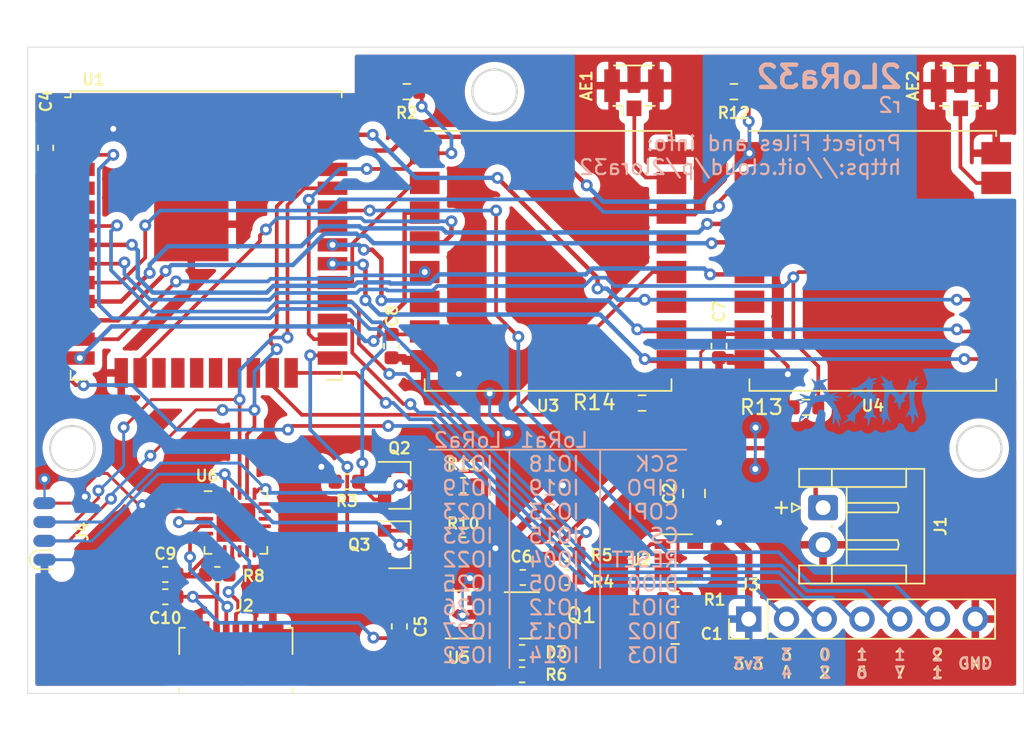
<source format=kicad_pcb>
(kicad_pcb (version 20211014) (generator pcbnew)

  (general
    (thickness 1.6)
  )

  (paper "A4")
  (layers
    (0 "F.Cu" signal)
    (31 "B.Cu" signal)
    (32 "B.Adhes" user "B.Adhesive")
    (33 "F.Adhes" user "F.Adhesive")
    (34 "B.Paste" user)
    (35 "F.Paste" user)
    (36 "B.SilkS" user "B.Silkscreen")
    (37 "F.SilkS" user "F.Silkscreen")
    (38 "B.Mask" user)
    (39 "F.Mask" user)
    (40 "Dwgs.User" user "User.Drawings")
    (41 "Cmts.User" user "User.Comments")
    (42 "Eco1.User" user "User.Eco1")
    (43 "Eco2.User" user "User.Eco2")
    (44 "Edge.Cuts" user)
    (45 "Margin" user)
    (46 "B.CrtYd" user "B.Courtyard")
    (47 "F.CrtYd" user "F.Courtyard")
    (48 "B.Fab" user)
    (49 "F.Fab" user)
  )

  (setup
    (stackup
      (layer "F.SilkS" (type "Top Silk Screen"))
      (layer "F.Paste" (type "Top Solder Paste"))
      (layer "F.Mask" (type "Top Solder Mask") (thickness 0.01))
      (layer "F.Cu" (type "copper") (thickness 0.035))
      (layer "dielectric 1" (type "core") (thickness 1.51) (material "FR4") (epsilon_r 4.5) (loss_tangent 0.02))
      (layer "B.Cu" (type "copper") (thickness 0.035))
      (layer "B.Mask" (type "Bottom Solder Mask") (thickness 0.01))
      (layer "B.Paste" (type "Bottom Solder Paste"))
      (layer "B.SilkS" (type "Bottom Silk Screen"))
      (copper_finish "None")
      (dielectric_constraints no)
    )
    (pad_to_mask_clearance 0.051)
    (solder_mask_min_width 0.25)
    (pcbplotparams
      (layerselection 0x00010fc_ffffffff)
      (disableapertmacros false)
      (usegerberextensions true)
      (usegerberattributes false)
      (usegerberadvancedattributes false)
      (creategerberjobfile false)
      (svguseinch false)
      (svgprecision 6)
      (excludeedgelayer true)
      (plotframeref false)
      (viasonmask false)
      (mode 1)
      (useauxorigin false)
      (hpglpennumber 1)
      (hpglpenspeed 20)
      (hpglpendiameter 15.000000)
      (dxfpolygonmode true)
      (dxfimperialunits true)
      (dxfusepcbnewfont true)
      (psnegative false)
      (psa4output false)
      (plotreference true)
      (plotvalue true)
      (plotinvisibletext false)
      (sketchpadsonfab false)
      (subtractmaskfromsilk false)
      (outputformat 1)
      (mirror false)
      (drillshape 0)
      (scaleselection 1)
      (outputdirectory "gerber/")
    )
  )

  (net 0 "")
  (net 1 "GND")
  (net 2 "Net-(AE1-Pad1)")
  (net 3 "Net-(AE2-Pad1)")
  (net 4 "VBUS")
  (net 5 "+3V3")
  (net 6 "VIN")
  (net 7 "VBAT")
  (net 8 "Net-(C9-Pad1)")
  (net 9 "Net-(J2-Pad3)")
  (net 10 "Net-(J2-Pad2)")
  (net 11 "RTS")
  (net 12 "EN")
  (net 13 "Net-(Q2-Pad1)")
  (net 14 "IO0")
  (net 15 "DTR")
  (net 16 "Net-(Q3-Pad1)")
  (net 17 "Net-(R4-Pad2)")
  (net 18 "Net-(R8-Pad1)")
  (net 19 "LORSCK")
  (net 20 "TX")
  (net 21 "RX")
  (net 22 "Net-(U1-Pad29)")
  (net 23 "Net-(R13-Pad1)")
  (net 24 "Net-(U1-Pad16)")
  (net 25 "Net-(U1-Pad13)")
  (net 26 "Net-(U1-Pad12)")
  (net 27 "Net-(U1-Pad10)")
  (net 28 "Net-(R14-Pad1)")
  (net 29 "Net-(U1-Pad8)")
  (net 30 "unconnected-(J2-Pad4)")
  (net 31 "Net-(R1-Pad1)")
  (net 32 "unconnected-(U1-Pad32)")
  (net 33 "unconnected-(U1-Pad22)")
  (net 34 "unconnected-(U1-Pad21)")
  (net 35 "unconnected-(U1-Pad20)")
  (net 36 "unconnected-(U1-Pad19)")
  (net 37 "unconnected-(U1-Pad18)")
  (net 38 "unconnected-(U1-Pad17)")
  (net 39 "Net-(U1-Pad14)")
  (net 40 "Net-(U1-Pad11)")
  (net 41 "SPARE04")
  (net 42 "unconnected-(U1-Pad5)")
  (net 43 "unconnected-(U1-Pad4)")
  (net 44 "unconnected-(U2-Pad4)")
  (net 45 "unconnected-(U3-Pad13)")
  (net 46 "unconnected-(U3-Pad6)")
  (net 47 "unconnected-(U4-Pad13)")
  (net 48 "unconnected-(U4-Pad6)")
  (net 49 "unconnected-(U6-Pad24)")
  (net 50 "unconnected-(U6-Pad22)")
  (net 51 "unconnected-(U6-Pad18)")
  (net 52 "unconnected-(U6-Pad17)")
  (net 53 "unconnected-(U6-Pad16)")
  (net 54 "unconnected-(U6-Pad15)")
  (net 55 "unconnected-(U6-Pad14)")
  (net 56 "unconnected-(U6-Pad13)")
  (net 57 "unconnected-(U6-Pad12)")
  (net 58 "unconnected-(U6-Pad11)")
  (net 59 "unconnected-(U6-Pad10)")
  (net 60 "unconnected-(U6-Pad1)")
  (net 61 "LORCOPI")
  (net 62 "LORCIPO")
  (net 63 "SPARE03")
  (net 64 "SPARE02")
  (net 65 "SPARE01")
  (net 66 "SPARE00")
  (net 67 "Net-(R2-Pad1)")
  (net 68 "Net-(R12-Pad1)")

  (footprint "RF_Module:ESP32-WROOM-32U" (layer "F.Cu") (at 178 96.675001))

  (footprint "Connector_Coaxial:U.FL_Hirose_U.FL-R-SMT-1_Vertical" (layer "F.Cu") (at 228.75 87.07 90))

  (footprint "Capacitor_SMD:C_0603_1608Metric" (layer "F.Cu") (at 167.2 90.781475 90))

  (footprint "Capacitor_SMD:C_0603_1608Metric" (layer "F.Cu") (at 191 123 -90))

  (footprint "Capacitor_SMD:C_0603_1608Metric" (layer "F.Cu") (at 199.3 119.7 180))

  (footprint "Capacitor_SMD:C_0603_1608Metric" (layer "F.Cu") (at 190.475 104.125 -90))

  (footprint "Capacitor_SMD:C_0603_1608Metric" (layer "F.Cu") (at 175.25 119.5 180))

  (footprint "Capacitor_SMD:C_0603_1608Metric" (layer "F.Cu") (at 199.25 124.75 180))

  (footprint "Connector_JST:JST_EH_S2B-EH_1x02_P2.50mm_Horizontal" (layer "F.Cu") (at 219.5 115 -90))

  (footprint "Package_TO_SOT_SMD:SOT-23" (layer "F.Cu") (at 191 113.5))

  (footprint "Package_TO_SOT_SMD:SOT-23" (layer "F.Cu") (at 191 117.5))

  (footprint "Resistor_SMD:R_0603_1608Metric" (layer "F.Cu") (at 187.4625 113.25))

  (footprint "Resistor_SMD:R_0603_1608Metric" (layer "F.Cu") (at 202.3 119.7))

  (footprint "Resistor_SMD:R_0603_1608Metric" (layer "F.Cu") (at 202.3 118.1 180))

  (footprint "Resistor_SMD:R_0603_1608Metric" (layer "F.Cu") (at 199.25 126.25))

  (footprint "Resistor_SMD:R_0603_1608Metric" (layer "F.Cu") (at 178.75 119.5 180))

  (footprint "Resistor_SMD:R_0603_1608Metric" (layer "F.Cu") (at 195.2875 117.5))

  (footprint "Resistor_SMD:R_0603_1608Metric" (layer "F.Cu") (at 195.2875 113.5))

  (footprint "loranet2:DRF1276G" (layer "F.Cu") (at 201 98.140001))

  (footprint "loranet2:DRF1276G" (layer "F.Cu") (at 222.844999 98.140001))

  (footprint "Package_DFN_QFN:QFN-24-1EP_4x4mm_P0.5mm_EP2.6x2.6mm" (layer "F.Cu") (at 180 116))

  (footprint "Connector_USB:USB_Micro-B_Molex_47346-0001" (layer "F.Cu") (at 180 124.8))

  (footprint "Capacitor_SMD:C_0603_1608Metric" (layer "F.Cu") (at 212.5 104.1125 90))

  (footprint "Package_TO_SOT_SMD:SOT-23-5" (layer "F.Cu") (at 195 122.2 180))

  (footprint "Connector_Coaxial:U.FL_Hirose_U.FL-R-SMT-1_Vertical" (layer "F.Cu") (at 206.78 87.07 90))

  (footprint "Capacitor_SMD:C_0805_2012Metric" (layer "F.Cu") (at 209.55 123.444))

  (footprint "Capacitor_SMD:C_0805_2012Metric" (layer "F.Cu") (at 210.82 114.046 90))

  (footprint "Resistor_SMD:R_0603_1608Metric" (layer "F.Cu") (at 209.55 121.158 180))

  (footprint "Package_TO_SOT_SMD:SOT-23-5" (layer "F.Cu") (at 209.795001 118.405001))

  (footprint "Capacitor_SMD:C_0603_1608Metric" (layer "F.Cu") (at 175.25 121 180))

  (footprint "Resistor_SMD:R_0603_1608Metric" (layer "F.Cu") (at 213.5 87 180))

  (footprint "Resistor_SMD:R_0603_1608Metric" (layer "F.Cu") (at 191.5 87 180))

  (footprint "Connector_PinHeader_2.54mm:PinHeader_1x07_P2.54mm_Vertical" (layer "F.Cu") (at 214.5 122.5 90))

  (footprint "Package_TO_SOT_SMD:SOT-23" (layer "F.Cu") (at 199.75 122.25))

  (footprint "Resistor_SMD:R_0603_1608Metric" (layer "F.Cu") (at 218.351714 108.25 180))

  (footprint "Resistor_SMD:R_0603_1608Metric" (layer "F.Cu") (at 207.32 107.96))

  (footprint "loranet2:SOIC_clipProgSmall" (layer "F.Cu") (at 166.376 116.602 -90))

  (footprint "loranet2:MRA-2022_10x6mm" (layer "B.Cu")
    (tedit 623B5DFD) (tstamp 00000000-0000-0000-0000-000060d4245f)
    (at 221.815645 109.15801 180)
    (property "Sheetfile" "loranet2.kicad_sch")
    (property "Sheetname" "")
    (path "/00000000-0000-0000-0000-000060d48c38")
    (attr through_hole)
    (fp_text reference "H1" (at 0 0) (layer "B.SilkS") hide
      (effects (font (size 1.27 1.27) (thickness 0.15)) (justify mirror))
      (tstamp 72bd3a47-5258-460c-bd5b-ac220179bcdf)
    )
    (fp_text value "MountingHole" (at 0 0) (layer "B.SilkS") hide
      (effects (font (size 1.27 1.27) (thickness 0.15)) (justify mirror))
      (tstamp 31948383-d588-419b-b73e-6f2eb277375e)
    )
    (fp_poly (pts
        (xy -1.558313 3.04029)
        (xy -1.564778 3.012362)
        (xy -1.593564 2.958042)
        (xy -1.628618 2.897503)
        (xy -1.676306 2.815254)
        (xy -1.727994 2.726186)
        (xy -1.743926 2.69875)
        (xy -1.842272 2.529417)
        (xy -1.704303 2.523158)
        (xy -1.63412 2.517775)
        (xy -1.58444 2.509763)
        (xy -1.566333 2.501182)
        (xy -1.581318 2.480125)
        (xy -1.620043 2.442047)
        (xy -1.659259 2.407789)
        (xy -1.720942 2.348345)
        (xy -1.757562 2.287767)
        (xy -1.778809 2.219127)
        (xy -1.790032 2.139902)
        (xy -1.795319 2.026606)
        (xy -1.794991 1.887038)
        (xy -1.789365 1.728996)
        (xy -1.77876 1.560279)
        (xy -1.763493 1.388684)
        (xy -1.743884 1.22201)
        (xy -1.735742 1.164167)
        (xy -1.719827 1.049489)
        (xy -1.706621 0.941121)
        (xy -1.697386 0.850389)
        (xy -1.693384 0.788622)
        (xy -1.693313 0.783167)
        (xy -1.679638 0.647461)
        (xy -1.635987 0.533109)
        (xy -1.557401 0.427311)
        (xy -1.553983 0.423635)
        (xy -1.497644 0.361601)
        (xy -1.469219 0.323597)
        (xy -1.466483 0.303927)
        (xy -1.487208 0.296894)
        (xy -1.504225 0.296334)
        (xy -1.581972 0.27694)
        (xy -1.641488 0.220331)
        (xy -1.663375 0.178893)
        (xy -1.682831 0.102771)
        (xy -1.69196 0.003496)
        (xy -1.690281 -0.100914)
        (xy -1.677316 -0.192441)
        (xy -1.673644 -0.206514)
        (xy -1.665232 -0.257309)
        (xy -1.676334 -0.274625)
        (xy -1.704224 -0.255423)
        (xy -1.710785 -0.247892)
        (xy -1.730087 -0.216083)
        (xy -1.760114 -0.157333)
        (xy -1.794811 -0.083567)
        (xy -1.799452 -0.073267)
        (xy -1.848749 0.025689)
        (xy -1.897289 0.103347)
        (xy -1.940536 0.153314)
        (xy -1.971698 0.169334)
        (xy -1.991985 0.153722)
        (xy -2.030372 0.112499)
        (xy -2.07978 0.054088)
        (xy -2.133129 -0.013092)
        (xy -2.183341 -0.080618)
        (xy -2.191414 -0.092038)
        (xy -2.219916 -0.125966)
        (xy -2.231189 -0.122224)
        (xy -2.225405 -0.081734)
        (xy -2.202736 -0.005417)
        (xy -2.163352 0.105803)
        (xy -2.146302 0.151096)
        (xy -2.092618 0.305003)
        (xy -2.053991 0.449979)
        (xy -2.028962 0.596714)
        (xy -2.016071 0.755899)
        (xy -2.013858 0.938224)
        (xy -2.018067 1.090084)
        (xy -2.027363 1.246172)
        (xy -2.043486 1.380888)
        (xy -2.069454 1.515022)
        (xy -2.094718 1.618215)
        (xy -2.120635 1.715801)
        (xy -2.143401 1.797561)
        (xy -2.160648 1.855263)
        (xy -2.17001 1.880674)
        (xy -2.170278 1.881)
        (xy -2.194075 1.877282)
        (xy -2.237493 1.846884)
        (xy -2.294202 1.796576)
        (xy -2.357875 1.733125)
        (xy -2.422183 1.663301)
        (xy -2.480799 1.593873)
        (xy -2.527395 1.531609)
        (xy -2.555641 1.483278)
        (xy -2.561167 1.462893)
        (xy -2.549776 1.42417)
        (xy -2.520662 1.367321)
        (xy -2.498052 1.331394)
        (xy -2.462524 1.276498)
        (xy -2.439455 1.236133)
        (xy -2.434552 1.223516)
        (xy -2.452511 1.220774)
        (xy -2.499163 1.229318)
        (xy -2.542632 1.240993)
        (xy -2.606181 1.256004)
        (xy -2.652881 1.259959)
        (xy -2.667672 1.255727)
        (xy -2.679395 1.229386)
        (xy -2.698868 1.170848)
        (xy -2.723327 1.08892)
        (xy -2.748596 0.997708)
        (xy -2.774584 0.90273)
        (xy -2.797304 0.823689)
        (xy -2.814254 0.769031)
        (xy -2.82279 0.747321)
        (xy -2.831657 0.760755)
        (xy -2.844799 0.805596)
        (xy -2.857041 0.860864)
        (xy -2.892058 1.011047)
        (xy -2.931665 1.124)
        (xy -2.97887 1.204798)
        (xy -3.036678 1.258515)
        (xy -3.108096 1.290224)
        (xy -3.112073 1.291321)
        (xy -3.172218 1.312414)
        (xy -3.192545 1.336524)
        (xy -3.175421 1.370209)
        (xy -3.149909 1.396114)
        (xy -3.103651 1.43921)
        (xy -3.195242 1.619847)
        (xy -3.245648 1.711891)
        (xy -3.300634 1.800699)
        (xy -3.350762 1.871352)
        (xy -3.365826 1.889497)
        (xy -3.444818 1.97851)
        (xy -3.457715 1.872964)
        (xy -3.464957 1.803329)
        (xy -3.47401 1.700469)
        (xy -3.484196 1.573416)
        (xy -3.494839 1.431205)
        (xy -3.505261 1.28287)
        (xy -3.514785 1.137445)
        (xy -3.522333 1.011101)
        (xy -3.526449 0.919505)
        (xy -3.524771 0.856223)
        (xy -3.514861 0.807369)
        (xy -3.494285 0.759057)
        (xy -3.470356 0.714767)
        (xy -3.417075 0.616539)
        (xy -3.365587 0.5164)
        (xy -3.319319 0.421658)
        (xy -3.2817 0.33962)
        (xy -3.256158 0.277593)
        (xy -3.246119 0.242885)
        (xy -3.246938 0.238507)
        (xy -3.267079 0.245759)
        (xy -3.308609 0.276244)
        (xy -3.362761 0.323483)
        (xy -3.365896 0.326406)
        (xy -3.422794 0.375238)
        (xy -3.470226 0.408081)
        (xy -3.49814 0.418001)
        (xy -3.498514 0.417891)
        (xy -3.524666 0.396752)
        (xy -3.563257 0.352039)
        (xy -3.58775 0.319082)
        (xy -3.615204 0.278151)
        (xy -3.633306 0.241843)
        (xy -3.64397 0.200053)
        (xy -3.649111 0.142679)
        (xy -3.650643 0.059619)
        (xy -3.650612 -0.012619)
        (xy -3.650696 -0.108022)
        (xy -3.651405 -0.185627)
        (xy -3.652618 -0.237042)
        (xy -3.654082 -0.254)
        (xy -3.665652 -0.237019)
        (xy -3.692636 -0.192002)
        (xy -3.72974 -0.127832)
        (xy -3.739246 -0.111125)
        (xy -3.777599 -0.041334)
        (xy -3.801336 0.012712)
        (xy -3.81384 0.065435)
        (xy -3.818491 0.131259)
        (xy -3.818672 0.224605)
        (xy -3.818647 0.227542)
        (xy -3.819537 0.326598)
        (xy -3.824656 0.388572)
        (xy -3.834654 0.418564)
        (xy -3.843597 0.423334)
        (xy -3.87619 0.406636)
        (xy -3.920183 0.364023)
        (xy -3.966654 0.306714)
        (xy -4.006678 0.24593)
        (xy -4.031332 0.192891)
        (xy -4.033576 0.184466)
        (xy -4.044932 0.143133)
        (xy -4.056289 0.138918)
        (xy -4.069236 0.158274)
        (xy -4.083845 0.220057)
        (xy -4.079168 0.315424)
        (xy -4.055891 0.440634)
        (xy -4.014696 0.591944)
        (xy -3.960246 0.75463)
        (xy -3.919647 0.872097)
        (xy -3.882579 0.988328)
        (xy -3.852618 1.091489)
        (xy -3.833338 1.169746)
        (xy -3.830722 1.183365)
        (xy -3.813282 1.322433)
        (xy -3.805796 1.47418)
        (xy -3.808106 1.624682)
        (xy -3.820056 1.760015)
        (xy -3.83832 1.855139)
        (xy -3.855999 1.943748)
        (xy -3.86863 2.051431)
        (xy -3.8735 2.154995)
        (xy -3.8735 2.155745)
        (xy -3.874304 2.241117)
        (xy -3.879285 2.296604)
        (xy -3.892301 2.334653)
        (xy -3.917206 2.367709)
        (xy -3.949077 2.399695)
        (xy -4.012713 2.453521)
        (xy -4.081429 2.500272)
        (xy -4.102535 2.511839)
        (xy -4.180417 2.550584)
        (xy -3.878521 2.56292)
        (xy -3.939233 2.675013)
        (xy -3.979083 2.754204)
        (xy -4.014264 2.834076)
        (xy -4.041037 2.904828)
        (xy -4.055666 2.956658)
        (xy -4.055238 2.979152)
        (xy -4.025218 2.983607)
        (xy -3.985399 2.961784)
        (xy -3.94931 2.92273)
        (xy -3.937146 2.900185)
        (xy -3.910751 2.856968)
        (xy -3.86607 2.80258)
        (xy -3.811425 2.745067)
        (xy -3.75514 2.692474)
        (xy -3.705535 2.652847)
        (xy -3.670936 2.634231)
        (xy -3.662596 2.634779)
        (xy -3.64168 2.65904)
        (xy -3.609153 2.708367)
        (xy -3.583254 2.752404)
        (xy -3.549124 2.809399)
        (xy -3.522214 2.84756)
        (xy -3.51108 2.857479)
        (xy -3.500083 2.838757)
        (xy -3.487927 2.791615)
        (xy -3.483621 2.767542)
        (xy -3.464942 2.682506)
        (xy -3.433917 2.574891)
        (xy -3.39487 2.45693)
        (xy -3.352122 2.340855)
        (xy -3.309997 2.238899)
        (xy -3.272815 2.163296)
        (xy -3.266184 2.152144)
        (xy -3.224868 2.092707)
        (xy -3.168854 2.021227)
        (xy -3.104656 1.944951)
        (xy -3.038789 1.871125)
        (xy -2.977765 1.806992)
        (xy -2.9281 1.7598)
        (xy -2.896309 1.736793)
        (xy -2.891739 1.735667)
        (xy -2.862294 1.751288)
        (xy -2.82575 1.789348)
        (xy -2.822315 1.793875)
        (xy -2.791733 1.832402)
        (xy -2.740403 1.894214)
        (xy -2.675497 1.970775)
        (xy -2.604515 2.053167)
        (xy -2.501453 2.175808)
        (xy -2.425615 2.277156)
        (xy -2.373197 2.364716)
        (xy -2.340393 2.445993)
        (xy -2.323401 2.528494)
        (xy -2.318421 2.617576)
        (xy -2.317311 2.699049)
        (xy -2.310384 2.741208)
        (xy -2.290895 2.747027)
        (xy -2.252095 2.719478)
        (xy -2.19755 2.670835)
        (xy -2.140849 2.619636)
        (xy -2.037589 2.722693)
        (xy -1.976359 2.778441)
        (xy -1.899475 2.840732)
        (xy -1.815208 2.903771)
        (xy -1.73183 2.961765)
        (xy -1.657614 3.008921)
        (xy -1.60083 3.039445)
        (xy -1.573125 3.048)
        (xy -1.558313 3.04029)
      ) (layer "B.Cu") (width 0.01) (fill solid) (tstamp 4f31de85-a5e9-490a-9f64-4ba66189b3e4))
    (fp_poly (pts
        (xy -0.766927 2.988489)
        (xy -0.737465 2.943923)
        (xy -0.709493 2.894542)
        (xy -0.670534 2.826151)
        (xy -0.629762 2.76762)
        (xy -0.580673 2.712555)
        (xy -0.516765 2.654561)
        (xy -0.431533 2.587244)
        (xy -0.318474 2.50421)
        (xy -0.296333 2.488296)
        (xy -0.178287 2.403613)
        (xy -0.088159 2.34004)
        (xy -0.019196 2.294395)
        (xy 0.035354 2.263496)
        (xy 0.082245 2.244161)
        (xy 0.128229 2.23321)
        (xy 0.180058 2.22746)
        (xy 0.244486 2.223729)
        (xy 0.267793 2.2225)
        (xy 0.463395 2.211917)
        (xy 0.337927 2.106084)
        (xy 0.27864 2.054775)
        (xy 0.234556 2.014147)
        (xy 0.213537 1.991512)
        (xy 0.212789 1.989667)
        (xy 0.230796 1.976636)
        (xy 0.278398 1.951287)
        (xy 0.34646 1.918395)
        (xy 0.369959 1.907561)
        (xy 0.455243 1.865778)
        (xy 0.514071 1.827168)
        (xy 0.559943 1.780915)
        (xy 0.603604 1.720363)
        (xy 0.641148 1.660068)
        (xy 0.664885 1.614506)
        (xy 0.669705 1.593983)
        (xy 0.648839 1.600457)
        (xy 0.602018 1.626805)
        (xy 0.537612 1.668126)
        (xy 0.504126 1.690991)
        (xy 0.403789 1.755225)
        (xy 0.320306 1.797638)
        (xy 0.257845 1.816816)
        (xy 0.220577 1.811347)
        (xy 0.211667 1.790116)
        (xy 0.216188 1.752467)
        (xy 0.228057 1.687549)
        (xy 0.244727 1.609253)
        (xy 0.24514 1.607434)
        (xy 0.260632 1.531011)
        (xy 0.269657 1.469477)
        (xy 0.270365 1.435604)
        (xy 0.270148 1.434862)
        (xy 0.25595 1.439577)
        (xy 0.225226 1.473826)
        (xy 0.183538 1.531028)
        (xy 0.163981 1.560493)
        (xy 0.11394 1.632975)
        (xy 0.067001 1.692578)
        (xy 0.031344 1.729151)
        (xy 0.02409 1.734103)
        (xy -0.022048 1.746063)
        (xy -0.06402 1.738795)
        (xy -0.084473 1.715711)
        (xy -0.084667 1.712712)
        (xy -0.100943 1.693475)
        (xy -0.144755 1.656597)
        (xy -0.208579 1.608164)
        (xy -0.255227 1.574772)
        (xy -0.425787 1.455257)
        (xy -0.376935 1.403038)
        (xy -0.332194 1.361059)
        (xy -0.269378 1.30894)
        (xy -0.225247 1.275173)
        (xy -0.15711 1.216291)
        (xy -0.084206 1.139908)
        (xy -0.032494 1.075954)
        (xy 0.012109 1.019382)
        (xy 0.079231 0.940229)
        (xy 0.161969 0.846356)
        (xy 0.253421 0.745621)
        (xy 0.326291 0.667417)
        (xy 0.427529 0.56142)
        (xy 0.505537 0.483227)
        (xy 0.564957 0.428779)
        (xy 0.610433 0.394019)
        (xy 0.646608 0.374888)
        (xy 0.667996 0.368787)
        (xy 0.716293 0.356531)
        (xy 0.740259 0.344186)
        (xy 0.740833 0.342496)
        (xy 0.72727 0.321405)
        (xy 0.692588 0.281316)
        (xy 0.665381 0.252598)
        (xy 0.589928 0.175328)
        (xy 0.659344 0.105912)
        (xy 0.708954 0.060643)
        (xy 0.779844 0.001296)
        (xy 0.859027 -0.061356)
        (xy 0.882963 -0.079566)
        (xy 0.96073 -0.140553)
        (xy 1.011082 -0.184976)
        (xy 1.032921 -0.210743)
        (xy 1.025146 -0.215766)
        (xy 0.986657 -0.197952)
        (xy 0.926042 -0.16143)
        (xy 0.791386 -0.080612)
        (xy 0.677518 -0.024323)
        (xy 0.574524 0.012055)
        (xy 0.530558 0.022846)
        (xy 0.460289 0.034558)
        (xy 0.411996 0.031325)
        (xy 0.367551 0.011762)
        (xy 0.364849 0.01018)
        (xy 0.30763 -0.035965)
        (xy 0.256216 -0.09786)
        (xy 0.221066 -0.161061)
        (xy 0.211667 -0.201334)
        (xy 0.204651 -0.226445)
        (xy 0.19259 -0.221191)
        (xy 0.185063 -0.193651)
        (xy 0.177714 -0.132155)
        (xy 0.171273 -0.045079)
        (xy 0.166468 0.059204)
        (xy 0.165548 0.089169)
        (xy 0.157582 0.379422)
        (xy 0.041749 0.492029)
        (xy -0.030401 0.570266)
        (xy -0.102365 0.661302)
        (xy -0.151612 0.734403)
        (xy -0.213844 0.823298)
        (xy -0.294891 0.909125)
        (xy -0.404542 1.002243)
        (xy -0.4053 1.002839)
        (xy -0.478991 1.058037)
        (xy -0.541081 1.099312)
        (xy -0.584008 1.121954)
        (xy -0.599292 1.123675)
        (xy -0.620346 1.08239)
        (xy -0.63808 1.010174)
        (xy -0.650428 0.918411)
        (xy -0.655323 0.818485)
        (xy -0.655334 0.814917)
        (xy -0.651293 0.739231)
        (xy -0.636407 0.666401)
        (xy -0.606876 0.581928)
        (xy -0.574187 0.505249)
        (xy -0.530924 0.414082)
        (xy -0.485641 0.328403)
        (xy -0.44597 0.262356)
        (xy -0.43398 0.245381)
        (xy -0.401316 0.197353)
        (xy -0.385912 0.163971)
        (xy -0.386581 0.156698)
        (xy -0.410488 0.158551)
        (xy -0.457756 0.176462)
        (xy -0.483939 0.189024)
        (xy -0.539063 0.215397)
        (xy -0.578226 0.230964)
        (xy -0.586532 0.232754)
        (xy -0.603508 0.214905)
        (xy -0.628779 0.169284)
        (xy -0.645583 0.132213)
        (xy -0.670307 0.056546)
        (xy -0.683725 -0.032331)
        (xy -0.687912 -0.148423)
        (xy -0.687917 -0.153432)
        (xy -0.689035 -0.235999)
        (xy -0.692024 -0.299542)
        (xy -0.696337 -0.3345)
        (xy -0.6985 -0.338362)
        (xy -0.712179 -0.320618)
        (xy -0.737411 -0.274573)
        (xy -0.765656 -0.21668)
        (xy -0.806996 -0.101815)
        (xy -0.833462 0.024763)
        (xy -0.836334 0.049512)
        (xy -0.850571 0.150126)
        (xy -0.873859 0.214522)
        (xy -0.912361 0.248717)
        (xy -0.972237 0.258729)
        (xy -1.044425 0.252735)
        (xy -1.126264 0.235296)
        (xy -1.202895 0.208739)
        (xy -1.235251 0.192354)
        (xy -1.284436 0.164178)
        (xy -1.317917 0.14901)
        (xy -1.322303 0.148167)
        (xy -1.316349 0.162722)
        (xy -1.28741 0.201735)
        (xy -1.240851 0.258224)
        (xy -1.212465 0.291042)
        (xy -1.087069 0.433917)
        (xy -1.039732 0.814917)
        (xy -1.023905 0.940538)
        (xy -1.009159 1.054349)
        (xy -0.996533 1.148555)
        (xy -0.987071 1.215362)
        (xy -0.982203 1.245231)
        (xy -0.979941 1.280412)
        (xy -1.002007 1.28509)
        (xy -1.020465 1.280332)
        (xy -1.060748 1.262248)
        (xy -1.123808 1.227144)
        (xy -1.197472 1.181884)
        (xy -1.213809 1.1713)
        (xy -1.281994 1.129044)
        (xy -1.3363 1.099798)
        (xy -1.367654 1.088297)
        (xy -1.371333 1.089111)
        (xy -1.36346 1.108646)
        (xy -1.330968 1.148421)
        (xy -1.280622 1.200264)
        (xy -1.274065 1.206562)
        (xy -1.204546 1.280504)
        (xy -1.169589 1.337557)
        (xy -1.164167 1.364775)
        (xy -1.167755 1.397051)
        (xy -1.18591 1.412723)
        (xy -1.229722 1.41765)
        (xy -1.264708 1.417916)
        (xy -1.346004 1.411783)
        (xy -1.438814 1.39649)
        (xy -1.481667 1.386417)
        (xy -1.56906 1.364371)
        (xy -1.620909 1.35553)
        (xy -1.641895 1.359897)
        (xy -1.636695 1.377477)
        (xy -1.629711 1.386565)
        (xy -1.598096 1.407122)
        (xy -1.536994 1.434042)
        (xy -1.457752 1.462519)
        (xy -1.428966 1.471618)
        (xy -1.30902 1.514451)
        (xy -1.230033 1.557586)
        (xy -1.190633 1.601893)
        (xy -1.185333 1.626148)
        (xy -1.198593 1.654507)
        (xy -1.232745 1.701393)
        (xy -1.264708 1.738975)
        (xy -1.302786 1.782056)
        (xy -1.320316 1.807998)
        (xy -1.312978 1.818049)
        (xy -1.276452 1.813455)
        (xy -1.206417 1.795464)
        (xy -1.136568 1.775967)
        (xy -1.073832 1.760416)
        (xy -1.038543 1.759171)
        (xy -1.018212 1.772502)
        (xy -1.013691 1.778597)
        (xy -1.006227 1.812042)
        (xy -1.0026 1.877921)
        (xy -1.00238 1.966548)
        (xy -1.004645 2.049973)
        (xy -0.613433 2.049973)
        (xy -0.611161 1.977293)
        (xy -0.60607 1.920154)
        (xy -0.600519 1.894932)
        (xy -0.587719 1.875239)
        (xy -0.565818 1.871912)
        (xy -0.528416 1.887413)
        (xy -0.469115 1.924201)
        (xy -0.399139 1.972339)
        (xy -0.33405 2.020262)
        (xy -0.300267 2.052321)
        (xy -0.29277 2.074382)
        (xy -0.300762 2.087306)
        (xy -0.332948 2.11217)
        (xy -0.387018 2.147963)
        (xy -0.451667 2.187905)
        (xy -0.515587 2.225212)
        (xy -0.567473 2.253103)
        (xy -0.596018 2.264795)
        (xy -0.596713 2.264834)
        (xy -0.604526 2.245624)
        (xy -0.609997 2.195701)
        (xy -0.613005 2.12663)
        (xy -0.613433 2.049973)
        (xy -1.004645 2.049973)
        (xy -1.005142 2.068239)
        (xy -1.010458 2.17331)
        (xy -1.017899 2.272075)
        (xy -1.027038 2.35485)
        (xy -1.037449 2.411949)
        (xy -1.04229 2.426375)
        (xy -1.074536 2.465215)
        (xy -1.12969 2.505662)
        (xy -1.156839 2.52041)
        (xy -1.221333 2.556837)
        (xy -1.245569 2.583875)
        (xy -1.229319 2.60094)
        (xy -1.190625 2.606835)
        (xy -1.132033 2.609596)
        (xy -1.089461 2.608584)
        (xy -1.039721 2.602633)
        (xy -1.005417 2.597517)
        (xy -0.92075 2.584671)
        (xy -0.994833 2.648589)
        (xy -1.084569 2.715686)
        (xy -1.174788 2.765312)
        (xy -1.253719 2.79146)
        (xy -1.27974 2.794)
        (xy -1.319941 2.799721)
        (xy -1.3335 2.810934)
        (xy -1.314775 2.846019)
        (xy -1.26494 2.868524)
        (xy -1.193508 2.877785)
        (xy -1.109993 2.873136)
        (xy -1.023906 2.853912)
        (xy -0.976647 2.835869)
        (xy -0.907724 2.806487)
        (xy -0.86837 2.796596)
        (xy -0.850661 2.806031)
        (xy -0.846667 2.833175)
        (xy -0.840112 2.880789)
        (xy -0.824178 2.935686)
        (xy -0.804464 2.982344)
        (xy -0.786567 3.005241)
        (xy -0.78446 3.005667)
        (xy -0.766927 2.988489)
      ) (layer "B.Cu") (width 0.01) (fill solid) (tstamp 8da5ca03-ed4e-4318-a05e-8d1b9da96279))
    (fp_poly (pts
        (xy 2.617647 3.023614)
        (xy 2.631609 2.974592)
        (xy 2.635504 2.950012)
        (xy 2.658609 2.813046)
        (xy 2.686259 2.716405)
        (xy 2.72114 2.658121)
        (xy 2.765939 2.636228)
        (xy 2.823344 2.648757)
        (xy 2.89604 2.693741)
        (xy 2.938965 2.727791)
        (xy 3.022266 2.794403)
        (xy 3.07655 2.830305)
        (xy 3.102496 2.834958)
        (xy 3.100781 2.807823)
        (xy 3.072083 2.748363)
        (xy 3.021121 2.662532)
        (xy 2.950978 2.540619)
        (xy 2.90925 2.440602)
        (xy 2.895749 2.353171)
        (xy 2.910284 2.269014)
        (xy 2.952665 2.178822)
        (xy 3.009487 2.091811)
        (xy 3.065145 2.003871)
        (xy 3.117459 1.906062)
        (xy 3.152408 1.826278)
        (xy 3.181697 1.754696)
        (xy 3.210285 1.697935)
        (xy 3.230163 1.670302)
        (xy 3.25302 1.662369)
        (xy 3.294815 1.664938)
        (xy 3.361716 1.67912)
        (xy 3.459889 1.706022)
        (xy 3.508285 1.720291)
        (xy 3.64563 1.760748)
        (xy 3.747453 1.789175)
        (xy 3.818512 1.806574)
        (xy 3.863561 1.813952)
        (xy 3.887355 1.812312)
        (xy 3.894649 1.80266)
        (xy 3.894667 1.801926)
        (xy 3.877193 1.773628)
        (xy 3.830655 1.73304)
        (xy 3.763873 1.686757)
        (xy 3.68567 1.641374)
        (xy 3.667125 1.631821)
        (xy 3.614278 1.601629)
        (xy 3.581928 1.57611)
        (xy 3.577167 1.567629)
        (xy 3.596248 1.550205)
        (xy 3.646785 1.527644)
        (xy 3.718712 1.503078)
        (xy 3.801967 1.479639)
        (xy 3.886486 1.460456)
        (xy 3.958167 1.449095)
        (xy 4.050039 1.433957)
        (xy 4.120805 1.41265)
        (xy 4.162332 1.388103)
        (xy 4.169833 1.372854)
        (xy 4.149942 1.366289)
        (xy 4.095365 1.360018)
        (xy 4.01375 1.354643)
        (xy 3.912745 1.350766)
        (xy 3.879186 1.349973)
        (xy 3.588539 1.344084)
        (xy 3.696208 1.27505)
        (xy 3.771702 1.22261)
        (xy 3.830342 1.174132)
        (xy 3.865739 1.135553)
        (xy 3.871506 1.112809)
        (xy 3.87117 1.112448)
        (xy 3.849541 1.117227)
        (xy 3.799393 1.137729)
        (xy 3.729749 1.170117)
        (xy 3.694179 1.187685)
        (xy 3.591153 1.235267)
        (xy 3.513963 1.260472)
        (xy 3.454313 1.265964)
        (xy 3.451199 1.265733)
        (xy 3.407249 1.260128)
        (xy 3.384252 1.245361)
        (xy 3.374266 1.210107)
        (xy 3.369728 1.149533)
        (xy 3.370818 1.076893)
        (xy 3.385591 1.008653)
        (xy 3.417865 0.937009)
        (xy 3.471461 0.854156)
        (xy 3.550196 0.752291)
        (xy 3.584584 0.71048)
        (xy 3.728586 0.520118)
        (xy 3.833796 0.341363)
        (xy 3.901344 0.171747)
        (xy 3.932364 0.008802)
        (xy 3.934806 -0.052916)
        (xy 3.934374 -0.201083)
        (xy 3.893315 -0.116416)
        (xy 3.863492 -0.053673)
        (xy 3.824644 0.029704)
        (xy 3.785138 0.115751)
        (xy 3.784835 0.116417)
        (xy 3.717412 0.264584)
        (xy 3.704842 0.179917)
        (xy 3.696165 0.128825)
        (xy 3.688664 0.115505)
        (xy 3.678339 0.135717)
        (xy 3.674185 0.147417)
        (xy 3.65116 0.185638)
        (xy 3.605418 0.242418)
        (xy 3.565508 0.28575)
        (xy 3.683 0.28575)
        (xy 3.693583 0.275167)
        (xy 3.704167 0.28575)
        (xy 3.693583 0.296334)
        (xy 3.683 0.28575)
        (xy 3.565508 0.28575)
        (xy 3.545361 0.307623)
        (xy 3.521382 0.331672)
        (xy 3.386667 0.463761)
        (xy 3.386667 0.221297)
        (xy 3.384896 0.113278)
        (xy 3.379882 0.033824)
        (xy 3.372074 -0.011926)
        (xy 3.3655 -0.021166)
        (xy 3.349657 -0.003033)
        (xy 3.344333 0.032382)
        (xy 3.338156 0.071115)
        (xy 3.321171 0.141378)
        (xy 3.295695 0.234453)
        (xy 3.264048 0.341624)
        (xy 3.250043 0.386924)
        (xy 3.211853 0.509313)
        (xy 3.173666 0.632518)
        (xy 3.139434 0.743742)
        (xy 3.113106 0.830188)
        (xy 3.108786 0.844547)
        (xy 3.061153 0.978116)
        (xy 3.004176 1.082078)
        (xy 2.932073 1.160414)
        (xy 2.83906 1.217103)
        (xy 2.719353 1.256128)
        (xy 2.567168 1.281468)
        (xy 2.459175 1.29166)
        (xy 2.325013 1.30023)
        (xy 2.225255 1.301158)
        (xy 2.152344 1.292408)
        (xy 2.098724 1.271941)
        (xy 2.056838 1.237719)
        (xy 2.01913 1.187706)
        (xy 2.007906 1.169972)
        (xy 1.970447 1.117133)
        (xy 1.913995 1.04651)
        (xy 1.848877 0.970855)
        (xy 1.827853 0.94762)
        (xy 1.760794 0.867787)
        (xy 1.703182 0.786939)
        (xy 1.664581 0.718754)
        (xy 1.659745 0.707217)
        (xy 1.647029 0.671449)
        (xy 1.63836 0.636748)
        (xy 1.633728 0.596216)
        (xy 1.633124 0.542951)
        (xy 1.636538 0.470054)
        (xy 1.643962 0.370623)
        (xy 1.655384 0.237759)
        (xy 1.659044 0.196485)
        (xy 1.669774 0.068843)
        (xy 1.678077 -0.043958)
        (xy 1.683564 -0.135302)
        (xy 1.685845 -0.198574)
        (xy 1.684529 -0.227158)
        (xy 1.684086 -0.227969)
        (xy 1.661328 -0.224692)
        (xy 1.625216 -0.195944)
        (xy 1.585848 -0.1515)
        (xy 1.553583 -0.101642)
        (xy 1.531229 -0.038282)
        (xy 1.523711 0.014824)
        (xy 1.5186 0.079123)
        (xy 1.510303 0.123068)
        (xy 1.500947 0.148939)
        (xy 1.488036 0.149959)
        (xy 1.46461 0.122134)
        (xy 1.436483 0.080735)
        (xy 1.399728 0.018308)
        (xy 1.358698 -0.06232)
        (xy 1.318243 -0.150104)
        (xy 1.283215 -0.234001)
        (xy 1.258463 -0.302965)
        (xy 1.248838 -0.345954)
        (xy 1.248833 -0.346529)
        (xy 1.235525 -0.383834)
        (xy 1.226107 -0.392546)
        (xy 1.214819 -0.383698)
        (xy 1.209385 -0.338011)
        (xy 1.209609 -0.253253)
        (xy 1.210777 -0.219171)
        (xy 1.22218 -0.082286)
        (xy 1.245685 0.026286)
        (xy 1.264944 0.079375)
        (xy 1.289938 0.148106)
        (xy 1.292102 0.182463)
        (xy 1.270754 0.182584)
        (xy 1.225209 0.148606)
        (xy 1.171965 0.098036)
        (xy 1.124543 0.054793)
        (xy 1.09119 0.032359)
        (xy 1.0795 0.034898)
        (xy 1.087162 0.07741)
        (xy 1.108031 0.150217)
        (xy 1.138931 0.24458)
        (xy 1.176687 0.351762)
        (xy 1.218123 0.463022)
        (xy 1.260062 0.569623)
        (xy 1.29933 0.662823)
        (xy 1.33275 0.733886)
        (xy 1.335276 0.738734)
        (xy 1.373876 0.817631)
        (xy 1.402895 0.887673)
        (xy 1.417386 0.936568)
        (xy 1.418167 0.944713)
        (xy 1.431548 0.990971)
        (xy 1.464923 1.046805)
        (xy 1.477724 1.062889)
        (xy 1.561855 1.168881)
        (xy 1.612314 1.251342)
        (xy 1.629809 1.311439)
        (xy 1.629833 1.313334)
        (xy 1.627789 1.336674)
        (xy 1.615929 1.349934)
        (xy 1.585659 1.354931)
        (xy 1.528388 1.353479)
        (xy 1.4605 1.34911)
        (xy 1.382003 1.345762)
        (xy 1.32283 1.347109)
        (xy 1.292937 1.352791)
        (xy 1.291167 1.355227)
        (xy 1.308966 1.381805)
        (xy 1.354915 1.416792)
        (xy 1.417844 1.452919)
        (xy 1.48658 1.482914)
        (xy 1.488297 1.48353)
        (xy 1.546448 1.509311)
        (xy 1.588517 1.536807)
        (xy 1.593932 1.542335)
        (xy 1.59523 1.555057)
        (xy 1.570991 1.56197)
        (xy 1.517859 1.562996)
        (xy 1.432478 1.558056)
        (xy 1.311494 1.547072)
        (xy 1.17475 1.532548)
        (xy 1.068917 1.520829)
        (xy 1.179206 1.596498)
        (xy 1.237107 1.634298)
        (xy 1.284368 1.656836)
        (xy 1.335706 1.668036)
        (xy 1.405832 1.671822)
        (xy 1.462945 1.672167)
        (xy 1.547801 1.672533)
        (xy 1.596939 1.67504)
        (xy 1.616976 1.681804)
        (xy 1.614529 1.694941)
        (xy 1.597465 1.715184)
        (xy 1.531444 1.771896)
        (xy 1.530146 1.772709)
        (xy 2.201412 1.772709)
        (xy 2.22036 1.763109)
        (xy 2.268649 1.756518)
        (xy 2.301875 1.755022)
        (xy 2.368976 1.751278)
        (xy 2.46176 1.742837)
        (xy 2.564041 1.731249)
        (xy 2.6035 1.726146)
        (xy 2.715417 1.711262)
        (xy 2.79205 1.701815)
        (xy 2.840045 1.697409)
        (xy 2.866048 1.697645)
        (xy 2.876704 1.702127)
        (xy 2.878667 1.709678)
        (xy 2.866335 1.734631)
        (xy 2.83524 1.778452)
        (xy 2.818441 1.799636)
        (xy 2.777586 1.857862)
        (xy 2.730691 1.936794)
        (xy 2.692148 2.010834)
        (xy 2.65064 2.090607)
        (xy 2.607048 2.163979)
        (xy 2.573217 2.211917)
        (xy 2.520356 2.275417)
        (xy 2.519594 2.212728)
        (xy 2.510473 2.169024)
        (xy 2.480141 2.121142)
        (xy 2.42252 2.06011)
        (xy 2.404903 2.043395)
        (xy 2.336093 1.973295)
        (xy 2.275055 1.9009)
        (xy 2.228664 1.835353)
        (xy 2.203794 1.785799)
        (xy 2.201412 1.772709)
        (xy 1.530146 1.772709)
        (xy 1.440713 1.828711)
        (xy 1.341629 1.875463)
        (xy 1.335992 1.877644)
        (xy 1.300073 1.892101)
        (xy 1.290074 1.899927)
        (xy 1.310471 1.902074)
        (xy 1.365738 1.899489)
        (xy 1.421523 1.895788)
        (xy 1.542632 1.880919)
        (xy 1.638536 1.852705)
        (xy 1.683967 1.831351)
        (xy 1.745268 1.801226)
        (xy 1.79355 1.781881)
        (xy 1.81071 1.778)
        (xy 1.84631 1.795833)
        (xy 1.894505 1.84442)
        (xy 1.949482 1.916396)
        (xy 2.005425 2.004395)
        (xy 2.04127 2.070059)
        (xy 2.087962 2.157244)
        (xy 2.146574 2.260473)
        (xy 2.205992 2.360272)
        (xy 2.218114 2.379907)
        (xy 2.32268 2.547897)
        (xy 2.20129 2.626354)
        (xy 2.133205 2.674325)
        (xy 2.075945 2.721672)
        (xy 2.044741 2.754698)
        (xy 2.022408 2.790439)
        (xy 2.029276 2.805233)
        (xy 2.061754 2.811149)
        (xy 2.108232 2.80836)
        (xy 2.179009 2.79467)
        (xy 2.255109 2.774108)
        (xy 2.342083 2.751281)
        (xy 2.427206 2.735496)
        (xy 2.484021 2.730503)
        (xy 2.57175 2.730506)
        (xy 2.573296 2.868574)
        (xy 2.578051 2.95397)
        (xy 2.588564 3.010287)
        (xy 2.602531 3.034507)
        (xy 2.617647 3.023614)
      ) (layer "B.Cu") (width 0.01) (fill solid) (tstamp a810b8ca-59ed-411f-bcad-a352419dcd10))
    (fp_poly (pts
        (xy -3.239167 -2.248814)
        (xy -4.586454 -2.248814)
        (xy -4.636167 -2.301731)
        (xy -4.685879 -2.354647)
        (xy -3.239167 -2.354647)
        (xy -3.239167 -3.031981)
        (xy -6.318689 -3.031981)
        (xy -5.578083 -2.291147)
        (xy -4.837477 -1.550314)
        (xy -3.9165 -1.550314)
        (xy -3.9165 -1.444481)
        (xy -6.181333 -1.444481)
        (xy -6.181333 -0.767147)
        (xy -3.239167 -0.767147)
        (xy -3.239167 -2.248814)
      ) (layer "B.Mask") (width 0.01) (fill solid) (tstamp 7ac21db1-e4be-4157-bfc8-2dca055ba0c9))
    (fp_poly (pts
        (xy -1.558313 3.04029)
        (xy -1.564778 3.012362)
        (xy -1.593564 2.958042)
        (xy -1.628618 2.897503)
        (xy -1.676306 2.815254)
        (xy -1.727994 2.726186)
        (xy -1.743926 2.69875)
        (xy -1.842272 2.529417)
        (xy -1.704303 2.523158)
        (xy -1.63412 2.517775)
        (xy -1.58444 2.509763)
        (xy -1.566333 2.501182)
        (xy -1.581318 2.480125)
        (xy -1.620043 2.442047)
        (xy -1.659259 2.407789)
        (xy -1.720942 2.348345)
        (xy -1.757562 2.287767)
        (xy -1.778809 2.219127)
        (xy -1.790032 2.139902)
        (xy -1.795319 2.026606)
        (xy -1.794991 1.887038)
        (xy -1.789365 1.728996)
        (xy -1.77876 1.560279)
        (xy -1.763493 1.388684)
        (xy -1.743884 1.22201)
        (xy -1.735742 1.164167)
        (xy -1.719827 1.049489)
        (xy -1.706621 0.941121)
        (xy -1.697386 0.850389)
        (xy -1.693384 0.788622)
        (xy -1.693313 0.783167)
        (xy -1.679638 0.647461)
        (xy -1.635987 0.533109)
        (xy -1.557401 0.427311)
        (xy -1.553983 0.423635)
        (xy -1.497644 0.361601)
        (xy -1.469219 0.323597)
        (xy -1.466483 0.303927)
        (xy -1.487208 0.296894)
        (xy -1.504225 0.296334)
        (xy -1.581972 0.27694)
        (xy -1.641488 0.220331)
        (xy -1.663375 0.178893)
        (xy -1.682831 0.102771)
        (xy -1.69196 0.003496)
        (xy -1.690281 -0.100914)
        (xy -1.677316 -0.192441)
        (xy -1.673644 -0.206514)
        (xy -1.665232 -0.257309)
        (xy -1.676334 -0.274625)
        (xy -1.704224 -0.255423)
        (xy -1.710785 -0.247892)
        (xy -1.730087 -0.216083)
        (xy -1.760114 -0.157333)
        (xy -1.794811 -0.083567)
        (xy -1.799452 -0.073267)
        (xy -1.848749 0.025689)
        (xy -1.897289 0.103347)
        (xy -1.940536 0.153314)
        (xy -1.971698 0.169334)
        (xy -1.991985 0.153722)
        (xy -2.030372 0.112499)
        (xy -2.07978 0.054088)
        (xy -2.133129 -0.013092)
        (xy -2.183341 -0.080618)
        (xy -2.191414 -0.092038)
        (xy -2.219916 -0.125966)
        (xy -2.231189 -0.122224)
        (xy -2.225405 -0.081734)
        (xy -2.202736 -0.005417)
        (xy -2.163352 0.105803)
        (xy -2.146302 0.151096)
        (xy -2.092618 0.305003)
        (xy -2.053991 0.449979)
        (xy -2.028962 0.596714)
        (xy -2.016071 0.755899)
        (xy -2.013858 0.938224)
        (xy -2.018067 1.090084)
        (xy -2.027363 1.246172)
        (xy -2.043486 1.380888)
        (xy -2.069454 1.515022)
        (xy -2.094718 1.618215)
        (xy -2.120635 1.715801)
        (xy -2.143401 1.797561)
        (xy -2.160648 1.855263)
        (xy -2.17001 1.880674)
        (xy -2.170278 1.881)
        (xy -2.194075 1.877282)
        (xy -2.237493 1.846884)
        (xy -2.294202 1.796576)
        (xy -2.357875 1.733125)
        (xy -2.422183 1.663301)
        (xy -2.480799 1.593873)
        (xy -2.527395 1.531609)
        (xy -2.555641 1.483278)
        (xy -2.561167 1.462893)
        (xy -2.549776 1.42417)
        (xy -2.520662 1.367321)
        (xy -2.498052 1.331394)
        (xy -2.462524 1.276498)
        (xy -2.439455 1.236133)
        (xy -2.434552 1.223516)
        (xy -2.452511 1.220774)
        (xy -2.499163 1.229318)
        (xy -2.542632 1.240993)
        (xy -2.606181 1.256004)
        (xy -2.652881 1.259959)
        (xy -2.667672 1.255727)
        (xy -2.679395 1.229386)
        (xy -2.698868 1.170848)
        (xy -2.723327 1.08892)
        (xy -2.748596 0.997708)
        (xy -2.774584 0.90273)
        (xy -2.797304 0.823689)
        (xy -2.814254 0.769031)
        (xy -2.82279 0.747321)
        (xy -2.831657 0.760755)
        (xy -2.844799 0.805596)
        (xy -2.857041 0.860864)
        (xy -2.892058 1.011047)
        (xy -2.931665 1.124)
        (xy -2.97887 1.204798)
        (xy -3.036678 1.258515)
        (xy -3.108096 1.290224)
        (xy -3.112073 1.291321)
        (xy -3.172218 1.312414)
        (xy -3.192545 1.336524)
        (xy -3.175421 1.370209)
        (xy -3.149909 1.396114)
        (xy -3.103651 1.43921)
        (xy -3.195242 1.619847)
        (xy -3.245648 1.711891)
        (xy -3.300634 1.800699)
        (xy -3.350762 1.871352)
        (xy -3.365826 1.889497)
        (xy -3.444818 1.97851)
        (xy -3.457715 1.872964)
        (xy -3.464957 1.803329)
        (xy -3.47401 1.700469)
        (xy -3.484196 1.573416)
        (xy -3.494839 1.431205)
        (xy -3.505261 1.28287)
        (xy -3.514785 1.137445)
        (xy -3.522333 1.011101)
        (xy -3.526449 0.919505)
        (xy -3.524771 0.856223)
        (xy -3.514861 0.807369)
        (xy -3.494285 0.759057)
        (xy -3.470356 0.714767)
        (xy -3.417075 0.616539)
        (xy -3.365587 0.5164)
        (xy -3.319319 0.421658)
        (xy -3.2817 0.33962)
        (xy -3.256158 0.277593)
        (xy -3.246119 0.242885)
        (xy -3.246938 0.238507)
        (xy -3.267079 0.245759)
        (xy -3.308609 0.276244)
        (xy -3.362761 0.323483)
        (xy -3.365896 0.326406)
        (xy -3.422794 0.375238)
        (xy -3.470226 0.408081)
        (xy -3.49814 0.418001)
        (xy -3.498514 0.417891)
        (xy -3.524666 0.396752)
        (xy -3.563257 0.352039)
        (xy -3.58775 0.319082)
        (xy -3.615204 0.278151)
        (xy -3.633306 0.241843)
        (xy -3.64397 0.200053)
        (xy -3.649111 0.142679)
        (xy -3.650643 0.059619)
        (xy -3.650612 -0.012619)
        (xy -3.650696 -0.108022)
        (xy -3.651405 -0.185627)
        (xy -3.652618 -0.237042)
        (xy -3.654082 -0.254)
        (xy -3.665652 -0.237019)
        (xy -3.692636 -0.192002)
        (xy -3.72974 -0.127832)
        (xy -3.739246 -0.111125)
        (xy -3.777599 -0.041334)
        (xy -3.801336 0.012712)
        (xy -3.81384 0.065435)
        (xy -3.818491 0.131259)
        (xy -3.818672 0.224605)
        (xy -3.818647 0.227542)
        (xy -3.819537 0.326598)
        (xy -3.824656 0.388572)
        (xy -3.834654 0.418564)
        (xy -3.843597 0.423334)
        (xy -3.87619 0.406636)
        (xy -3.920183 0.364023)
        (xy -3.966654 0.306714)
        (xy -4.006678 0.24593)
        (xy -4.031332 0.192891)
        (xy -4.033576 0.184466)
        (xy -4.044932 0.143133)
        (xy -4.056289 0.138918)
        (xy -4.069236 0.158274)
        (xy -4.083845 0.220057)
        (xy -4.079168 0.315424)
        (xy -4.055891 0.440634)
        (xy -4.014696 0.591944)
        (xy -3.960246 0.75463)
        (xy -3.919647 0.872097)
        (xy -3.882579 0.988328)
        (xy -3.852618 1.091489)
        (xy -3.833338 1.169746)
        (xy -3.830722 1.183365)
        (xy -3.813282 1.322433)
        (xy -3.805796 1.47418)
        (xy -3.808106 1.624682)
        (xy -3.820056 1.760015)
        (xy -3.83832 1.855139)
        (xy -3.855999 1.943748)
        (xy -3.86863 2.051431)
        (xy -3.8735 2.154995)
        (xy -3.8735 2.155745)
        (xy -3.874304 2.241117)
        (xy -3.879285 2.296604)
        (xy -3.892301 2.334653)
        (xy -3.917206 2.367709)
        (xy -3.949077 2.399695)
        (xy -4.012713 2.453521)
        (xy -4.081429 2.500272)
        (xy -4.102535 2.511839)
        (xy -4.180417 2.550584)
        (xy -3.878521 2.56292)
        (xy -3.939233 2.675013)
        (xy -3.979083 2.754204)
        (xy -4.014264 2.834076)
        (xy -4.041037 2.904828)
        (xy -4.055666 2.956658)
        (xy -4.055238 2.979152)
        (xy -4.025218 2.983607)
        (xy -3.985399 2.961784)
        (xy -3.94931 2.92273)
        (xy -3.937146 2.900185)
        (xy -3.910751 2.856968)
        (xy -3.86607 2.80258)
        (xy -3.811425 2.745067)
        (xy -3.75514 2.692474)
        (xy -3.705535 2.652847)
        (xy -3.670936 2.634231)
        (xy -3.662596 2.634779)
        (xy -3.64168 2.65904)
        (xy -3.609153 2.708367)
        (xy -3.583254 2.752404)
        (xy -3.549124 2.809399)
        (xy -3.522214 2.84756)
        (xy -3.51108 2.857479)
        (xy -3.500083 2.838757)
        (xy -3.487927 2.791615)
        (xy -3.483621 2.767542)
        (xy -3.464942 2.682506)
        (xy -3.433917 2.574891)
        (xy -3.39487 2.45693)
        (xy -3.352122 2.340855)
        (xy -3.309997 2.238899)
        (xy -3.272815 2.163296)
        (xy -3.266184 2.152144)
        (xy -3.224868 2.092707)
        (xy -3.168854 2.021227)
        (xy -3.104656 1.944951)
        (xy -3.038789 1.871125)
        (xy -2.977765 1.806992)
        (xy -2.9281 1.7598)
        (xy -2.896309 1.736793)
        (xy -2.891739 1.735667)
        (xy -2.862294 1.751288)
        (xy -2.82575 1.789348)
        (xy -2.822315 1.793875)
        (xy -2.791733 1.832402)
        (xy -2.740403 1.894214)
        (xy -2.675497 1.970775)
        (xy -2.604515 2.053167)
        (xy -2.501453 2.175808)
        (xy -2.425615 2.277156)
        (xy -2.373197 2.364716)
        (xy -2.340393 2.445993)
        (xy -2.323401 2.528494)
        (xy -2.318421 2.617576)
        (xy -2.317311 2.699049)
        (xy -2.310384 2.741208)
        (xy -2.290895 2.747027)
        (xy -2.252095 2.719478)
        (xy -2.19755 2.670835)
        (xy -2.140849 2.619636)
        (xy -2.037589 2.722693)
        (xy -1.976359 2.778441)
        (xy -1.899475 2.840732)
        (xy -1.815208 2.903771)
        (xy -1.73183 2.961765)
        (xy -1.657614 3.008921)
        (xy -1.60083 3.039445)
        (xy -1.573125 3.048)
        (xy -1.558313 3.04029)
      ) (layer "B.Mask") (width 0.01) (fill solid) (tstamp a5e28ebf-6771-4d5c-b7e8-e429d9c5faa5))
    (fp_poly (pts
        (xy -0.766927 2.988489)
        (xy -0.737465 2.943923)
        (xy -0.709493 2.894542)
        (xy -0.670534 2.826151)
        (xy -0.629762 2.76762)
        (xy -0.580673 2.712555)
        (xy -0.516765 2.654561)
        (xy -0.431533 2.587244)
        (xy -0.318474 2.50421)
        (xy -0.296333 2.488296)
        (xy -0.178287 2.403613)
        (xy -0.088159 2.34004)
        (xy -0.019196 2.294395)
        (xy 0.035354 2.263496)
        (xy 0.082245 2.244161)
        (xy 0.128229 2.23321)
        (xy 0.180058 2.22746)
        (xy 0.244486 2.223729)
        (xy 0.267793 2.2225)
        (xy 0.463395 2.211917)
        (xy 0.337927 2.106084)
        (xy 0.27864 2.054775)
        (xy 0.234556 2.014147)
        (xy 0.213537 1.991512)
        (xy 0.212789 1.989667)
        (xy 0.230796 1.976636)
        (xy 0.278398 1.951287)
        (xy 0.34646 1.918395)
        (xy 0.369959 1.907561)
        (xy 0.455243 1.865778)
        (xy 0.514071 1.827168)
        (xy 0.559943 1.780915)
        (xy 0.603604 1.720363)
        (xy 0.641148 1.660068)
        (xy 0.664885 1.614506)
        (xy 0.669705 1.593983)
        (xy 0.648839 1.600457)
        (xy 0.602018 1.626805)
        (xy 0.537612 1.668126)
        (xy 0.504126 1.690991)
        (xy 0.403789 1.755225)
        (xy 0.320306 1.797638)
        (xy 0.257845 1.816816)
        (xy 0.220577 1.811347)
        (xy 0.211667 1.790116)
        (xy 0.216188 1.752467)
        (xy 0.228057 1.687549)
        (xy 0.244727 1.609253)
        (xy 0.24514 1.607434)
        (xy 0.260632 1.531011)
        (xy 0.269657 1.469477)
        (xy 0.270365 1.435604)
        (xy 0.270148 1.434862)
        (xy 0.25595 1.439577)
        (xy 0.225226 1.473826)
        (xy 0.183538 1.531028)
        (xy 0.163981 1.560493)
        (xy 0.11394 1.632975)
        (xy 0.067001 1.692578)
        (xy 0.031344 1.729151)
        (xy 0.02409 1.734103)
        (xy -0.022048 1.746063)
        (xy -0.06402 1.738795)
        (xy -0.084473 1.715711)
        (xy -0.084667 1.712712)
        (xy -0.100943 1.693475)
        (xy -0.144755 1.656597)
        (xy -0.208579 1.608164)
        (xy -0.255227 1.574772)
        (xy -0.425787 1.455257)
        (xy -0.376935 1.403038)
        (xy -0.332194 1.361059)
        (xy -0.269378 1.30894)
        (xy -0.225247 1.275173)
        (xy -0.15711 1.216291)
        (xy -0.084206 1.139908)
        (xy -0.032494 1.075954)
        (xy 0.012109 1.019382)
        (xy 0.079231 0.940229)
        (xy 0.161969 0.846356)
        (xy 0.253421 0.745621)
        (xy 0.326291 0.667417)
        (xy 0.427529 0.56142)
        (xy 0.505537 0.483227)
        (xy 0.564957 0.428779)
        (xy 0.610433 0.394019)
        (xy 0.646608 0.374888)
        (xy 0.667996 0.368787)
        (xy 0.716293 0.356531)
        (xy 0.740259 0.344186)
        (xy 0.740833 0.342496)
        (xy 0.72727 0.321405)
        (xy 0.692588 0.281316)
        (xy 0.665381 0.252598)
        (xy 0.589928 0.175328)
        (xy 0.659344 0.105912)
        (xy 0.708954 0.060643)
        (xy 0.779844 0.001296)
        (xy 0.859027 -0.061356)
        (xy 0.882963 -0.079566)
        (xy 0.96073 -0.140553)
        (xy 1.011082 -0.184976)
        (xy 1.032921 -0.210743)
        (xy 1.025146 -0.215766)
        (xy 0.986657 -0.197952)
        (xy 0.926042 -0.16143)
        (xy 0.791386 -0.080612)
        (xy 0.677518 -0.024323)
        (xy 0.574524 0.012055)
        (xy 0.530558 0.022846)
        (xy 0.460289 0.034558)
        (xy 0.411996 0.031325)
        (xy 0.367551 0.011762)
        (xy 0.364849 0.01018)
        (xy 0.30763 -0.035965)
        (xy 0.256216 -0.09786)
        (xy 0.221066 -0.161061)
        (xy 0.211667 -0.201334)
        (xy 0.204651 -0.226445)
        (xy 0.19259 -0.221191)
        (xy 0.185063 -0.193651)
        (xy 0.177714 -0.132155)
        (xy 0.171273 -0.045079)
        (xy 0.166468 0.059204)
        (xy 0.165548 0.089169)
        (xy 0.157582 0.379422)
        (xy 0.041749 0.492029)
        (xy -0.030401 0.570266)
        (xy -0.102365 0.661302)
        (xy -0.151612 0.734403)
        (xy -0.213844 0.823298)
        (xy -0.294891 0.909125)
        (xy -0.404542 1.002243)
        (xy -0.4053 1.002839)
        (xy -0.478991 1.058037)
        (xy -0.541081 1.099312)
        (xy -0.584008 1.121954)
        (xy -0.599292 1.123675)
        (xy -0.620346 1.08239)
        (xy -0.63808 1.010174)
        (xy -0.650428 0.918411)
        (xy -0.655323 0.818485)
        (xy -0.655334 0.814917)
        (xy -0.651293 0.739231)
        (xy -0.636407 0.666401)
        (xy -0.606876 0.581928)
        (xy -0.574187 0.505249)
        (xy -0.530924 0.414082)
        (xy -0.485641 0.328403)
        (xy -0.44597 0.262356)
        (xy -0.43398 0.245381)
        (xy -0.401316 0.197353)
        (xy -0.385912 0.163971)
        (xy -0.386581 0.156698)
        (xy -0.410488 0.158551)
        (xy -0.457756 0.176462)
        (xy -0.483939 0.189024)
        (xy -0.539063 0.215397)
        (xy -0.578226 0.230964)
        (xy -0.586532 0.232754)
        (xy -0.603508 0.214905)
        (xy -0.628779 0.169284)
        (xy -0.645583 0.132213)
        (xy -0.670307 0.056546)
        (xy -0.683725 -0.032331)
        (xy -0.687912 -0.148423)
        (xy -0.687917 -0.153432)
        (xy -0.689035 -0.235999)
        (xy -0.692024 -0.299542)
        (xy -0.696337 -0.3345)
        (xy -0.6985 -0.338362)
        (xy -0.712179 -0.320618)
        (xy -0.737411 -0.274573)
        (xy -0.765656 -0.21668)
        (xy -0.806996 -0.101815)
        (xy -0.833462 0.024763)
        (xy -0.836334 0.049512)
        (xy -0.850571 0.150126)
        (xy -0.873859 0.214522)
        (xy -0.912361 0.248717)
        (xy -0.972237 0.258729)
        (xy -1.044425 0.252735)
        (xy -1.126264 0.235296)
        (xy -1.202895 0.208739)
        (xy -1.235251 0.192354)
        (xy -1.284436 0.164178)
        (xy -1.317917 0.14901)
        (xy -1.322303 0.148167)
        (xy -1.316349 0.162722)
        (xy -1.28741 0.201735)
        (xy -1.240851 0.258224)
        (xy -1.212465 0.291042)
        (xy -1.087069 0.433917)
        (xy -1.039732 0.814917)
        (xy -1.023905 0.940538)
        (xy -1.009159 1.054349)
        (xy -0.996533 1.148555)
        (xy -0.987071 1.215362)
        (xy -0.982203 1.245231)
        (xy -0.979941 1.280412)
        (xy -1.002007 1.28509)
        (xy -1.020465 1.280332)
        (xy -1.060748 1.262248)
        
... [592493 chars truncated]
</source>
